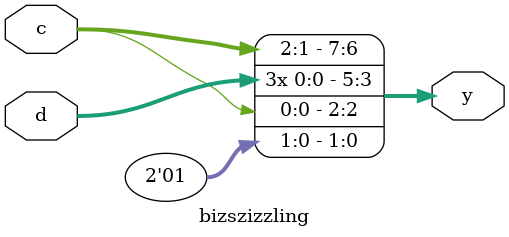
<source format=sv>
/*
 * Project name   :
 * File name      : 4_12p188.sv
 * Created date   : Th06 23 2019
 * Author         : Van-Nam DINH 
 * Last modified  : Th06 23 2019 11:30
 * Desc           :
 */

// Example 4.12 BIT SWIZZLING

module bizszizzling(
    input logic[3:0] c,d,
    output logic [7:0] y);

    assign y = {c[2:1], {3{d[0]}}, c[0], 2'b01};
endmodule

</source>
